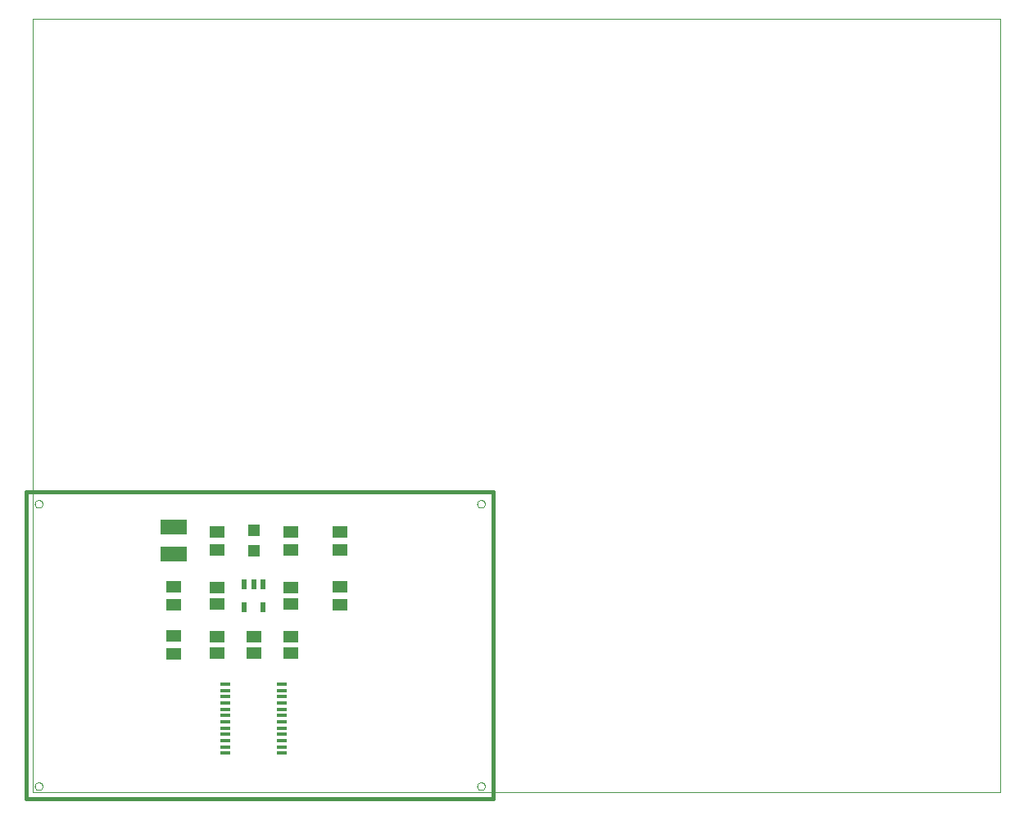
<source format=gtp>
G75*
G70*
%OFA0B0*%
%FSLAX24Y24*%
%IPPOS*%
%LPD*%
%AMOC8*
5,1,8,0,0,1.08239X$1,22.5*
%
%ADD10C,0.0000*%
%ADD11C,0.0160*%
%ADD12R,0.0390X0.0120*%
%ADD13R,0.0197X0.0394*%
%ADD14R,0.0591X0.0512*%
%ADD15R,0.0630X0.0512*%
%ADD16R,0.1063X0.0630*%
%ADD17R,0.0472X0.0472*%
D10*
X000430Y000430D02*
X000430Y031926D01*
X039800Y031926D01*
X039800Y000430D01*
X000430Y000430D01*
X000523Y000680D02*
X000525Y000705D01*
X000531Y000729D01*
X000540Y000751D01*
X000553Y000772D01*
X000569Y000791D01*
X000588Y000807D01*
X000609Y000820D01*
X000631Y000829D01*
X000655Y000835D01*
X000680Y000837D01*
X000705Y000835D01*
X000729Y000829D01*
X000751Y000820D01*
X000772Y000807D01*
X000791Y000791D01*
X000807Y000772D01*
X000820Y000751D01*
X000829Y000729D01*
X000835Y000705D01*
X000837Y000680D01*
X000835Y000655D01*
X000829Y000631D01*
X000820Y000609D01*
X000807Y000588D01*
X000791Y000569D01*
X000772Y000553D01*
X000751Y000540D01*
X000729Y000531D01*
X000705Y000525D01*
X000680Y000523D01*
X000655Y000525D01*
X000631Y000531D01*
X000609Y000540D01*
X000588Y000553D01*
X000569Y000569D01*
X000553Y000588D01*
X000540Y000609D01*
X000531Y000631D01*
X000525Y000655D01*
X000523Y000680D01*
X000523Y012180D02*
X000525Y012205D01*
X000531Y012229D01*
X000540Y012251D01*
X000553Y012272D01*
X000569Y012291D01*
X000588Y012307D01*
X000609Y012320D01*
X000631Y012329D01*
X000655Y012335D01*
X000680Y012337D01*
X000705Y012335D01*
X000729Y012329D01*
X000751Y012320D01*
X000772Y012307D01*
X000791Y012291D01*
X000807Y012272D01*
X000820Y012251D01*
X000829Y012229D01*
X000835Y012205D01*
X000837Y012180D01*
X000835Y012155D01*
X000829Y012131D01*
X000820Y012109D01*
X000807Y012088D01*
X000791Y012069D01*
X000772Y012053D01*
X000751Y012040D01*
X000729Y012031D01*
X000705Y012025D01*
X000680Y012023D01*
X000655Y012025D01*
X000631Y012031D01*
X000609Y012040D01*
X000588Y012053D01*
X000569Y012069D01*
X000553Y012088D01*
X000540Y012109D01*
X000531Y012131D01*
X000525Y012155D01*
X000523Y012180D01*
X018523Y012180D02*
X018525Y012205D01*
X018531Y012229D01*
X018540Y012251D01*
X018553Y012272D01*
X018569Y012291D01*
X018588Y012307D01*
X018609Y012320D01*
X018631Y012329D01*
X018655Y012335D01*
X018680Y012337D01*
X018705Y012335D01*
X018729Y012329D01*
X018751Y012320D01*
X018772Y012307D01*
X018791Y012291D01*
X018807Y012272D01*
X018820Y012251D01*
X018829Y012229D01*
X018835Y012205D01*
X018837Y012180D01*
X018835Y012155D01*
X018829Y012131D01*
X018820Y012109D01*
X018807Y012088D01*
X018791Y012069D01*
X018772Y012053D01*
X018751Y012040D01*
X018729Y012031D01*
X018705Y012025D01*
X018680Y012023D01*
X018655Y012025D01*
X018631Y012031D01*
X018609Y012040D01*
X018588Y012053D01*
X018569Y012069D01*
X018553Y012088D01*
X018540Y012109D01*
X018531Y012131D01*
X018525Y012155D01*
X018523Y012180D01*
X018523Y000680D02*
X018525Y000705D01*
X018531Y000729D01*
X018540Y000751D01*
X018553Y000772D01*
X018569Y000791D01*
X018588Y000807D01*
X018609Y000820D01*
X018631Y000829D01*
X018655Y000835D01*
X018680Y000837D01*
X018705Y000835D01*
X018729Y000829D01*
X018751Y000820D01*
X018772Y000807D01*
X018791Y000791D01*
X018807Y000772D01*
X018820Y000751D01*
X018829Y000729D01*
X018835Y000705D01*
X018837Y000680D01*
X018835Y000655D01*
X018829Y000631D01*
X018820Y000609D01*
X018807Y000588D01*
X018791Y000569D01*
X018772Y000553D01*
X018751Y000540D01*
X018729Y000531D01*
X018705Y000525D01*
X018680Y000523D01*
X018655Y000525D01*
X018631Y000531D01*
X018609Y000540D01*
X018588Y000553D01*
X018569Y000569D01*
X018553Y000588D01*
X018540Y000609D01*
X018531Y000631D01*
X018525Y000655D01*
X018523Y000680D01*
D11*
X019180Y000180D02*
X000180Y000180D01*
X000180Y012680D01*
X019180Y012680D01*
X019180Y000180D01*
D12*
X010579Y002023D03*
X010579Y002278D03*
X010579Y002534D03*
X010579Y002790D03*
X010579Y003046D03*
X010579Y003302D03*
X010579Y003558D03*
X010579Y003814D03*
X010579Y004070D03*
X010579Y004326D03*
X010579Y004582D03*
X010579Y004837D03*
X008281Y004837D03*
X008281Y004582D03*
X008281Y004326D03*
X008281Y004070D03*
X008281Y003814D03*
X008281Y003558D03*
X008281Y003302D03*
X008281Y003046D03*
X008281Y002790D03*
X008281Y002534D03*
X008281Y002278D03*
X008281Y002023D03*
D13*
X009056Y007958D03*
X009804Y007958D03*
X009804Y008902D03*
X009430Y008902D03*
X009056Y008902D03*
D14*
X007930Y008765D03*
X007930Y008095D03*
X007930Y006765D03*
X007930Y006095D03*
X009430Y006095D03*
X009430Y006765D03*
X010930Y006765D03*
X010930Y006095D03*
X010930Y008095D03*
X010930Y008765D03*
D15*
X010930Y010306D03*
X010930Y011054D03*
X012930Y011054D03*
X012930Y010306D03*
X012930Y008804D03*
X012930Y008056D03*
X007930Y010306D03*
X007930Y011054D03*
X006180Y008804D03*
X006180Y008056D03*
X006180Y006804D03*
X006180Y006056D03*
D16*
X006180Y010129D03*
X006180Y011231D03*
D17*
X009430Y011093D03*
X009430Y010267D03*
M02*

</source>
